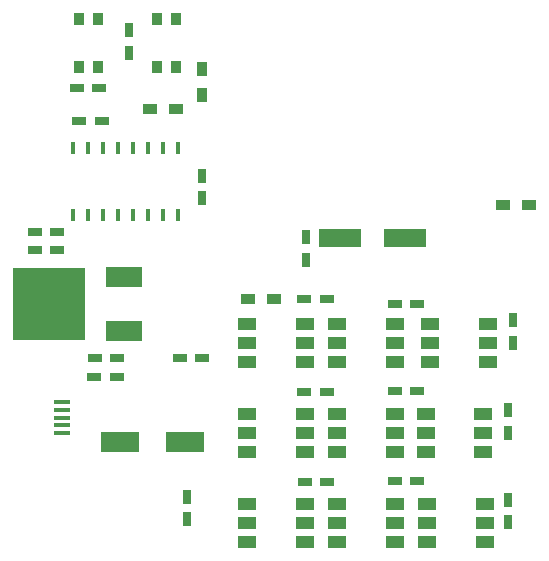
<source format=gbr>
G04 #@! TF.FileFunction,Paste,Top*
%FSLAX46Y46*%
G04 Gerber Fmt 4.6, Leading zero omitted, Abs format (unit mm)*
G04 Created by KiCad (PCBNEW 4.0.2-4+6225~38~ubuntu15.10.1-stable) date Mit 23 Mär 2016 00:56:00 CET*
%MOMM*%
G01*
G04 APERTURE LIST*
%ADD10C,0.100000*%
%ADD11R,3.048000X1.651000*%
%ADD12R,6.096000X6.096000*%
%ADD13R,1.500000X1.000000*%
%ADD14R,0.400000X1.000000*%
%ADD15R,1.350000X0.400000*%
%ADD16R,1.200000X0.750000*%
%ADD17R,3.599180X1.600200*%
%ADD18R,3.299460X1.699260*%
%ADD19R,0.900000X1.000000*%
%ADD20R,0.750000X1.200000*%
%ADD21R,1.200000X0.900000*%
%ADD22R,0.900000X1.200000*%
G04 APERTURE END LIST*
D10*
D11*
X229108000Y-85344000D03*
D12*
X222758000Y-83058000D03*
D11*
X229108000Y-80772000D03*
D13*
X254635000Y-92380000D03*
X254635000Y-93980000D03*
X254635000Y-95580000D03*
X259535000Y-95580000D03*
X259535000Y-93980000D03*
X259535000Y-92380000D03*
D14*
X224790000Y-75550000D03*
X226055000Y-75550000D03*
X227320000Y-75550000D03*
X228585000Y-75550000D03*
X229850000Y-75550000D03*
X231115000Y-75550000D03*
X232380000Y-75550000D03*
X233645000Y-75550000D03*
X224790000Y-69850000D03*
X226055000Y-69850000D03*
X227320000Y-69850000D03*
X228585000Y-69850000D03*
X229850000Y-69850000D03*
X231115000Y-69850000D03*
X232380000Y-69850000D03*
X233645000Y-69850000D03*
D15*
X223812540Y-91409100D03*
X223812540Y-92059100D03*
X223812540Y-92709100D03*
X223812540Y-93359100D03*
X223812540Y-94009100D03*
D16*
X233812000Y-87630000D03*
X235712000Y-87630000D03*
D13*
X239485000Y-84760000D03*
X239485000Y-86360000D03*
X239485000Y-87960000D03*
X244385000Y-87960000D03*
X244385000Y-86360000D03*
X244385000Y-84760000D03*
D17*
X247396000Y-77470000D03*
X252897640Y-77470000D03*
D18*
X234271820Y-94742000D03*
X228770180Y-94742000D03*
D19*
X233464000Y-58910000D03*
X231864000Y-58910000D03*
X233464000Y-63010000D03*
X231864000Y-63010000D03*
X225260000Y-63010000D03*
X226860000Y-63010000D03*
X225260000Y-58910000D03*
X226860000Y-58910000D03*
D13*
X239485000Y-92380000D03*
X239485000Y-93980000D03*
X239485000Y-95580000D03*
X244385000Y-95580000D03*
X244385000Y-93980000D03*
X244385000Y-92380000D03*
X239485000Y-100000000D03*
X239485000Y-101600000D03*
X239485000Y-103200000D03*
X244385000Y-103200000D03*
X244385000Y-101600000D03*
X244385000Y-100000000D03*
X247105000Y-84760000D03*
X247105000Y-86360000D03*
X247105000Y-87960000D03*
X252005000Y-87960000D03*
X252005000Y-86360000D03*
X252005000Y-84760000D03*
X247105000Y-92380000D03*
X247105000Y-93980000D03*
X247105000Y-95580000D03*
X252005000Y-95580000D03*
X252005000Y-93980000D03*
X252005000Y-92380000D03*
X247105000Y-100000000D03*
X247105000Y-101600000D03*
X247105000Y-103200000D03*
X252005000Y-103200000D03*
X252005000Y-101600000D03*
X252005000Y-100000000D03*
X254979000Y-84760000D03*
X254979000Y-86360000D03*
X254979000Y-87960000D03*
X259879000Y-87960000D03*
X259879000Y-86360000D03*
X259879000Y-84760000D03*
X254725000Y-100000000D03*
X254725000Y-101600000D03*
X254725000Y-103200000D03*
X259625000Y-103200000D03*
X259625000Y-101600000D03*
X259625000Y-100000000D03*
D16*
X228534000Y-87630000D03*
X226634000Y-87630000D03*
X228473000Y-89281000D03*
X226573000Y-89281000D03*
X223454000Y-78486000D03*
X221554000Y-78486000D03*
X223454000Y-76962000D03*
X221554000Y-76962000D03*
X246248000Y-82677000D03*
X244348000Y-82677000D03*
D20*
X235712000Y-72202000D03*
X235712000Y-74102000D03*
D16*
X253934000Y-90424000D03*
X252034000Y-90424000D03*
D20*
X234442000Y-99380000D03*
X234442000Y-101280000D03*
X261620000Y-93980000D03*
X261620000Y-92080000D03*
D16*
X246314000Y-98171000D03*
X244414000Y-98171000D03*
X246253000Y-90551000D03*
X244353000Y-90551000D03*
X253934000Y-83058000D03*
X252034000Y-83058000D03*
D20*
X262001000Y-86360000D03*
X262001000Y-84460000D03*
X261620000Y-101534000D03*
X261620000Y-99634000D03*
D16*
X253934000Y-98044000D03*
X252034000Y-98044000D03*
X225110000Y-64770000D03*
X227010000Y-64770000D03*
X225298000Y-67564000D03*
X227198000Y-67564000D03*
D20*
X244475000Y-77409000D03*
X244475000Y-79309000D03*
D21*
X231310000Y-66548000D03*
X233510000Y-66548000D03*
X239565000Y-82677000D03*
X241765000Y-82677000D03*
D22*
X235712000Y-65362000D03*
X235712000Y-63162000D03*
D21*
X263355000Y-74676000D03*
X261155000Y-74676000D03*
D20*
X229489000Y-59883000D03*
X229489000Y-61783000D03*
M02*

</source>
